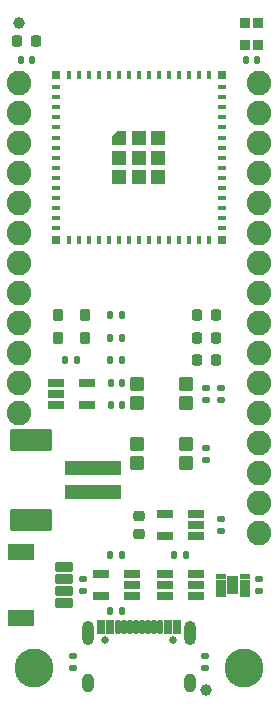
<source format=gts>
%TF.GenerationSoftware,KiCad,Pcbnew,7.0.6*%
%TF.CreationDate,2023-12-06T13:06:40-07:00*%
%TF.ProjectId,SparkFun_Thing_Plus_ESP32-S3,53706172-6b46-4756-9e5f-5468696e675f,rev?*%
%TF.SameCoordinates,Original*%
%TF.FileFunction,Soldermask,Top*%
%TF.FilePolarity,Negative*%
%FSLAX46Y46*%
G04 Gerber Fmt 4.6, Leading zero omitted, Abs format (unit mm)*
G04 Created by KiCad (PCBNEW 7.0.6) date 2023-12-06 13:06:40*
%MOMM*%
%LPD*%
G01*
G04 APERTURE LIST*
G04 Aperture macros list*
%AMRoundRect*
0 Rectangle with rounded corners*
0 $1 Rounding radius*
0 $2 $3 $4 $5 $6 $7 $8 $9 X,Y pos of 4 corners*
0 Add a 4 corners polygon primitive as box body*
4,1,4,$2,$3,$4,$5,$6,$7,$8,$9,$2,$3,0*
0 Add four circle primitives for the rounded corners*
1,1,$1+$1,$2,$3*
1,1,$1+$1,$4,$5*
1,1,$1+$1,$6,$7*
1,1,$1+$1,$8,$9*
0 Add four rect primitives between the rounded corners*
20,1,$1+$1,$2,$3,$4,$5,0*
20,1,$1+$1,$4,$5,$6,$7,0*
20,1,$1+$1,$6,$7,$8,$9,0*
20,1,$1+$1,$8,$9,$2,$3,0*%
%AMOutline5P*
0 Free polygon, 5 corners , with rotation*
0 The origin of the aperture is its center*
0 number of corners: always 5*
0 $1 to $10 corner X, Y*
0 $11 Rotation angle, in degrees counterclockwise*
0 create outline with 5 corners*
4,1,5,$1,$2,$3,$4,$5,$6,$7,$8,$9,$10,$1,$2,$11*%
%AMOutline6P*
0 Free polygon, 6 corners , with rotation*
0 The origin of the aperture is its center*
0 number of corners: always 6*
0 $1 to $12 corner X, Y*
0 $13 Rotation angle, in degrees counterclockwise*
0 create outline with 6 corners*
4,1,6,$1,$2,$3,$4,$5,$6,$7,$8,$9,$10,$11,$12,$1,$2,$13*%
%AMOutline7P*
0 Free polygon, 7 corners , with rotation*
0 The origin of the aperture is its center*
0 number of corners: always 7*
0 $1 to $14 corner X, Y*
0 $15 Rotation angle, in degrees counterclockwise*
0 create outline with 7 corners*
4,1,7,$1,$2,$3,$4,$5,$6,$7,$8,$9,$10,$11,$12,$13,$14,$1,$2,$15*%
%AMOutline8P*
0 Free polygon, 8 corners , with rotation*
0 The origin of the aperture is its center*
0 number of corners: always 8*
0 $1 to $16 corner X, Y*
0 $17 Rotation angle, in degrees counterclockwise*
0 create outline with 8 corners*
4,1,8,$1,$2,$3,$4,$5,$6,$7,$8,$9,$10,$11,$12,$13,$14,$15,$16,$1,$2,$17*%
G04 Aperture macros list end*
%ADD10RoundRect,0.101600X0.350000X-0.350000X0.350000X0.350000X-0.350000X0.350000X-0.350000X-0.350000X0*%
%ADD11RoundRect,0.135000X-0.135000X-0.185000X0.135000X-0.185000X0.135000X0.185000X-0.135000X0.185000X0*%
%ADD12RoundRect,0.218750X0.218750X0.256250X-0.218750X0.256250X-0.218750X-0.256250X0.218750X-0.256250X0*%
%ADD13C,1.000000*%
%ADD14RoundRect,0.140000X0.140000X0.170000X-0.140000X0.170000X-0.140000X-0.170000X0.140000X-0.170000X0*%
%ADD15RoundRect,0.135000X0.185000X-0.135000X0.185000X0.135000X-0.185000X0.135000X-0.185000X-0.135000X0*%
%ADD16C,0.650000*%
%ADD17RoundRect,0.070000X0.150000X0.500000X-0.150000X0.500000X-0.150000X-0.500000X0.150000X-0.500000X0*%
%ADD18RoundRect,0.070000X-0.150000X-0.500000X0.150000X-0.500000X0.150000X0.500000X-0.150000X0.500000X0*%
%ADD19RoundRect,0.070000X0.300000X0.500000X-0.300000X0.500000X-0.300000X-0.500000X0.300000X-0.500000X0*%
%ADD20RoundRect,0.070000X-0.300000X-0.500000X0.300000X-0.500000X0.300000X0.500000X-0.300000X0.500000X0*%
%ADD21O,1.000000X1.600000*%
%ADD22O,1.000000X2.100000*%
%ADD23RoundRect,0.135000X0.135000X0.185000X-0.135000X0.185000X-0.135000X-0.185000X0.135000X-0.185000X0*%
%ADD24RoundRect,0.225000X0.250000X-0.225000X0.250000X0.225000X-0.250000X0.225000X-0.250000X-0.225000X0*%
%ADD25RoundRect,0.140000X-0.170000X0.140000X-0.170000X-0.140000X0.170000X-0.140000X0.170000X0.140000X0*%
%ADD26RoundRect,0.101600X0.315000X0.415000X-0.315000X0.415000X-0.315000X-0.415000X0.315000X-0.415000X0*%
%ADD27RoundRect,0.135000X-0.185000X0.135000X-0.185000X-0.135000X0.185000X-0.135000X0.185000X0.135000X0*%
%ADD28RoundRect,0.101600X-0.450000X-0.500000X0.450000X-0.500000X0.450000X0.500000X-0.450000X0.500000X0*%
%ADD29C,3.302000*%
%ADD30RoundRect,0.101600X0.600000X-0.275000X0.600000X0.275000X-0.600000X0.275000X-0.600000X-0.275000X0*%
%ADD31RoundRect,0.101600X-0.675000X0.300000X-0.675000X-0.300000X0.675000X-0.300000X0.675000X0.300000X0*%
%ADD32RoundRect,0.101600X-1.000000X0.600000X-1.000000X-0.600000X1.000000X-0.600000X1.000000X0.600000X0*%
%ADD33RoundRect,0.101600X-0.600000X0.275000X-0.600000X-0.275000X0.600000X-0.275000X0.600000X0.275000X0*%
%ADD34C,2.082800*%
%ADD35RoundRect,0.140000X-0.140000X-0.170000X0.140000X-0.170000X0.140000X0.170000X-0.140000X0.170000X0*%
%ADD36R,0.800000X0.400000*%
%ADD37R,0.400000X0.800000*%
%ADD38Outline5P,-0.600000X0.120000X-0.120000X0.600000X0.600000X0.600000X0.600000X-0.600000X-0.600000X-0.600000X0.000000*%
%ADD39R,1.200000X1.200000*%
%ADD40R,0.800000X0.800000*%
%ADD41RoundRect,0.225000X-0.225000X-0.250000X0.225000X-0.250000X0.225000X0.250000X-0.225000X0.250000X0*%
%ADD42RoundRect,0.140000X0.170000X-0.140000X0.170000X0.140000X-0.170000X0.140000X-0.170000X-0.140000X0*%
%ADD43RoundRect,0.101600X2.300000X-0.500000X2.300000X0.500000X-2.300000X0.500000X-2.300000X-0.500000X0*%
%ADD44RoundRect,0.101600X1.700000X0.800000X-1.700000X0.800000X-1.700000X-0.800000X1.700000X-0.800000X0*%
G04 APERTURE END LIST*
%TO.C,U4*%
G36*
X18797500Y8555000D02*
G01*
X17957500Y8555000D01*
X17957500Y8995000D01*
X18797500Y8995000D01*
X18797500Y8555000D01*
G37*
G36*
X20797500Y8555000D02*
G01*
X19957500Y8555000D01*
X19957500Y8995000D01*
X20797500Y8995000D01*
X20797500Y8555000D01*
G37*
G36*
X19837500Y8765000D02*
G01*
X18897500Y8765000D01*
X18897500Y10285000D01*
X19837500Y10285000D01*
X19837500Y8765000D01*
G37*
G36*
X18797500Y9055000D02*
G01*
X17957500Y9055000D01*
X17957500Y9495000D01*
X18797500Y9495000D01*
X18797500Y9055000D01*
G37*
G36*
X20797500Y9055000D02*
G01*
X19957500Y9055000D01*
X19957500Y9495000D01*
X20797500Y9495000D01*
X20797500Y9055000D01*
G37*
G36*
X18797500Y9555000D02*
G01*
X17957500Y9555000D01*
X17957500Y9995000D01*
X18797500Y9995000D01*
X18797500Y9555000D01*
G37*
G36*
X20797500Y9555000D02*
G01*
X19957500Y9555000D01*
X19957500Y9995000D01*
X20797500Y9995000D01*
X20797500Y9555000D01*
G37*
G36*
X18797500Y10055000D02*
G01*
X17957500Y10055000D01*
X17957500Y10495000D01*
X18797500Y10495000D01*
X18797500Y10055000D01*
G37*
G36*
X20797500Y10055000D02*
G01*
X19957500Y10055000D01*
X19957500Y10495000D01*
X20797500Y10495000D01*
X20797500Y10055000D01*
G37*
%TD*%
D10*
%TO.C,D6*%
X21505000Y55282500D03*
X21505000Y57112500D03*
X20405000Y57112500D03*
X20405000Y55282500D03*
%TD*%
D11*
%TO.C,R15*%
X9015000Y12065000D03*
X10035000Y12065000D03*
%TD*%
D12*
%TO.C,D4*%
X17932500Y30480000D03*
X16357500Y30480000D03*
%TD*%
D13*
%TO.C,FID3*%
X1270000Y57150000D03*
%TD*%
D14*
%TO.C,C8*%
X21435000Y53975000D03*
X20475000Y53975000D03*
%TD*%
D15*
%TO.C,R8*%
X18415000Y25207500D03*
X18415000Y26227500D03*
%TD*%
D16*
%TO.C,J1*%
X8540000Y4901250D03*
X14320000Y4901250D03*
D17*
X10180000Y6006250D03*
X11180000Y6006250D03*
D18*
X11680000Y6006250D03*
X12680000Y6006250D03*
X13180000Y6006250D03*
X12180000Y6006250D03*
D17*
X10680000Y6006250D03*
X9680000Y6006250D03*
D19*
X8205000Y6006250D03*
D20*
X14655000Y6006250D03*
D21*
X7112000Y1251250D03*
D22*
X7112000Y5431250D03*
X15748000Y5431250D03*
D21*
X15748000Y1251250D03*
D19*
X8980000Y6006250D03*
D20*
X13880000Y6006250D03*
%TD*%
D23*
%TO.C,R12*%
X10035000Y7302500D03*
X9015000Y7302500D03*
%TD*%
D24*
%TO.C,C9*%
X11430000Y13830000D03*
X11430000Y15380000D03*
%TD*%
D12*
%TO.C,D5*%
X17932500Y28575000D03*
X16357500Y28575000D03*
%TD*%
D11*
%TO.C,R13*%
X5205000Y28575000D03*
X6225000Y28575000D03*
%TD*%
D25*
%TO.C,C2*%
X21590000Y10005000D03*
X21590000Y9045000D03*
%TD*%
D12*
%TO.C,D1*%
X17932500Y32385000D03*
X16357500Y32385000D03*
%TD*%
D26*
%TO.C,D2*%
X4565000Y32385000D03*
X6865000Y32385000D03*
%TD*%
D11*
%TO.C,R9*%
X9015000Y28575000D03*
X10035000Y28575000D03*
%TD*%
%TO.C,R16*%
X14412500Y12065000D03*
X15432500Y12065000D03*
%TD*%
D13*
%TO.C,FID4*%
X17145000Y635000D03*
%TD*%
D27*
%TO.C,R11*%
X5842000Y3558000D03*
X5842000Y2538000D03*
%TD*%
D28*
%TO.C,SW2*%
X11285000Y26517500D03*
X15385000Y26517500D03*
X11285000Y24917500D03*
X15385000Y24917500D03*
%TD*%
D29*
%TO.C,ST1*%
X2540000Y2540000D03*
%TD*%
D30*
%TO.C,U2*%
X16222600Y8575000D03*
X16222600Y9525000D03*
X16222600Y10475000D03*
X13622400Y10475000D03*
X13622400Y9575000D03*
X13622400Y8575000D03*
%TD*%
%TO.C,U5*%
X16222600Y13655000D03*
X16222600Y14605000D03*
X16222600Y15555000D03*
X13622400Y15555000D03*
X13622400Y13655000D03*
%TD*%
D26*
%TO.C,D3*%
X4565000Y30480000D03*
X6865000Y30480000D03*
%TD*%
D14*
%TO.C,C7*%
X2385000Y53975000D03*
X1425000Y53975000D03*
%TD*%
D25*
%TO.C,C12*%
X18415000Y15085000D03*
X18415000Y14125000D03*
%TD*%
D23*
%TO.C,R14*%
X10035000Y30480000D03*
X9015000Y30480000D03*
%TD*%
D25*
%TO.C,C6*%
X17145000Y26197500D03*
X17145000Y25237500D03*
%TD*%
D28*
%TO.C,SW1*%
X11285000Y21437500D03*
X15385000Y21437500D03*
X11285000Y19837500D03*
X15385000Y19837500D03*
%TD*%
D31*
%TO.C,J4*%
X5080000Y11025000D03*
X5080000Y10025000D03*
X5080000Y9025000D03*
X5080000Y8025000D03*
D32*
X1405000Y6725000D03*
X1405000Y12325000D03*
%TD*%
D33*
%TO.C,U6*%
X4414900Y26667500D03*
X4414900Y25717500D03*
X4414900Y24767500D03*
X7015100Y24767500D03*
X7015100Y26667500D03*
%TD*%
D15*
%TO.C,R10*%
X17018000Y2538000D03*
X17018000Y3558000D03*
%TD*%
D34*
%TO.C,U10*%
X1270000Y52070000D03*
X1270000Y49530000D03*
X1270000Y46990000D03*
X1270000Y44450000D03*
X1270000Y41910000D03*
X1270000Y39370000D03*
X1270000Y36830000D03*
X1270000Y34290000D03*
X1270000Y31750000D03*
X1270000Y29210000D03*
X1270000Y26670000D03*
X1270000Y24130000D03*
X21590000Y52070000D03*
X21590000Y49530000D03*
X21590000Y46990000D03*
X21590000Y44450000D03*
X21590000Y41910000D03*
X21590000Y39370000D03*
X21590000Y36830000D03*
X21590000Y34290000D03*
X21590000Y31750000D03*
X21590000Y29210000D03*
X21590000Y26670000D03*
X21590000Y24130000D03*
X21590000Y21590000D03*
X21590000Y19050000D03*
X21590000Y16510000D03*
X21590000Y13970000D03*
%TD*%
D35*
%TO.C,C10*%
X9045000Y24765000D03*
X10005000Y24765000D03*
%TD*%
D36*
%TO.C,U3*%
X4430000Y51670000D03*
X4430000Y50820000D03*
X4430000Y49970000D03*
X4430000Y49120000D03*
X4430000Y48270000D03*
X4430000Y47420000D03*
X4430000Y46570000D03*
X4430000Y45720000D03*
X4430000Y44870000D03*
X4430000Y44020000D03*
X4430000Y43170000D03*
X4430000Y42320000D03*
X4430000Y41470000D03*
X4430000Y40620000D03*
X4430000Y39770000D03*
D37*
X5480000Y38720000D03*
X6330000Y38720000D03*
X7180000Y38720000D03*
X8030000Y38720000D03*
X8880000Y38720000D03*
X9730000Y38720000D03*
X10580000Y38720000D03*
X11430000Y38720000D03*
X12280000Y38720000D03*
X13130000Y38720000D03*
X13980000Y38720000D03*
X14830000Y38720000D03*
X15680000Y38720000D03*
X16530000Y38720000D03*
X17380000Y38720000D03*
D36*
X18430000Y39770000D03*
X18430000Y40620000D03*
X18430000Y41470000D03*
X18430000Y42320000D03*
X18430000Y43170000D03*
X18430000Y44020000D03*
X18430000Y44870000D03*
X18430000Y45720000D03*
X18430000Y46570000D03*
X18430000Y47420000D03*
X18430000Y48270000D03*
X18430000Y49120000D03*
X18430000Y49970000D03*
X18430000Y50820000D03*
X18430000Y51670000D03*
D37*
X17380000Y52720000D03*
X16530000Y52720000D03*
X15680000Y52720000D03*
X14830000Y52720000D03*
X13980000Y52720000D03*
X13130000Y52720000D03*
X12280000Y52720000D03*
X11430000Y52720000D03*
X10580000Y52720000D03*
X9730000Y52720000D03*
X8880000Y52720000D03*
X8030000Y52720000D03*
X7180000Y52720000D03*
X6330000Y52720000D03*
X5480000Y52720000D03*
D38*
X9780000Y47370000D03*
D39*
X9780000Y45720000D03*
X9780000Y44070000D03*
X11430000Y47370000D03*
X11430000Y45720000D03*
X11430000Y44070000D03*
X13080000Y47370000D03*
X13080000Y45720000D03*
X13080000Y44070000D03*
D40*
X4430000Y52720000D03*
X4430000Y38720000D03*
X18430000Y38720000D03*
X18430000Y52720000D03*
%TD*%
D41*
%TO.C,C1*%
X1130000Y55562500D03*
X2680000Y55562500D03*
%TD*%
D30*
%TO.C,U1*%
X10825100Y8575000D03*
X10825100Y9525000D03*
X10825100Y10475000D03*
X8224900Y10475000D03*
X8224900Y8575000D03*
%TD*%
D35*
%TO.C,C13*%
X9045000Y26670000D03*
X10005000Y26670000D03*
%TD*%
D25*
%TO.C,C3*%
X6667500Y10005000D03*
X6667500Y9045000D03*
%TD*%
D29*
%TO.C,ST3*%
X20320000Y2540000D03*
%TD*%
D42*
%TO.C,C11*%
X17145000Y20157500D03*
X17145000Y21117500D03*
%TD*%
D43*
%TO.C,J3*%
X7510000Y17415000D03*
X7510000Y19415000D03*
D44*
X2310000Y15015000D03*
X2310000Y21815000D03*
%TD*%
D11*
%TO.C,R7*%
X9015000Y32385000D03*
X10035000Y32385000D03*
%TD*%
M02*

</source>
